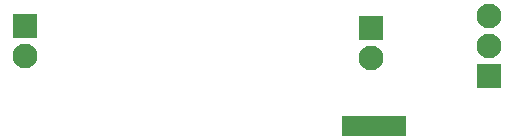
<source format=gbs>
G04 Layer_Color=16711935*
%FSLAX25Y25*%
%MOIN*%
G70*
G01*
G75*
%ADD30R,0.21457X0.07087*%
%ADD42C,0.08268*%
%ADD43R,0.08268X0.08268*%
D30*
X125295Y4429D02*
D03*
D42*
X8957Y27756D02*
D03*
X124311Y27264D02*
D03*
X163583Y41201D02*
D03*
Y31201D02*
D03*
D43*
X8957Y37756D02*
D03*
X124311Y37264D02*
D03*
X163583Y21201D02*
D03*
M02*

</source>
